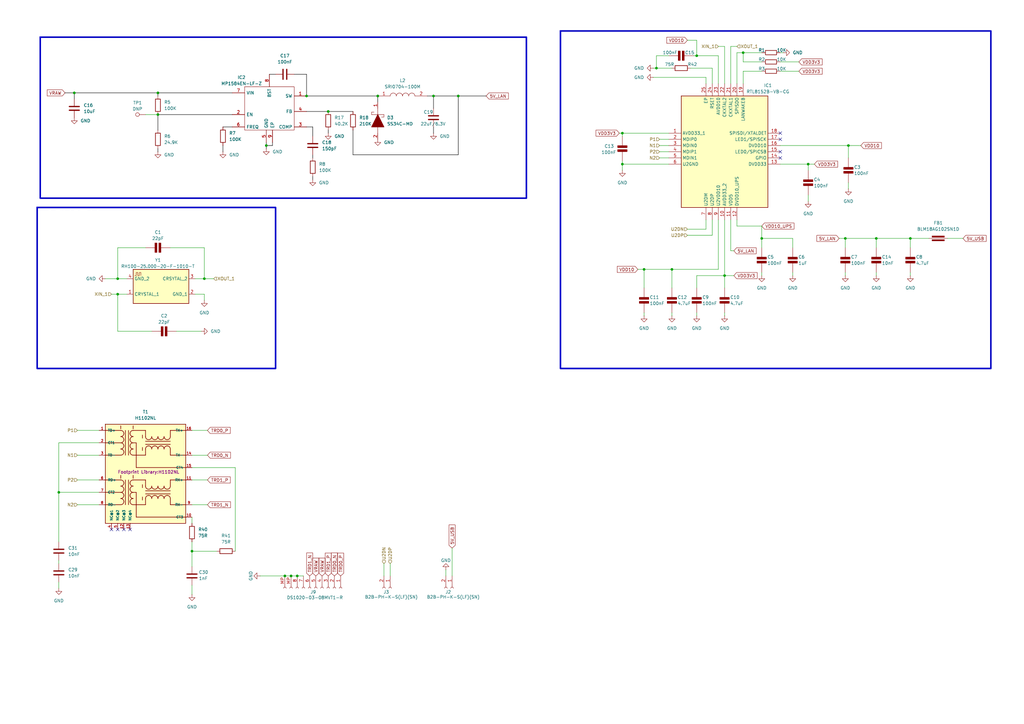
<source format=kicad_sch>
(kicad_sch (version 20250114) (generator "eeschema") (generator_version "9.0")
  (paper "A3")
  (lib_symbols
    (symbol "CDRH74NP-100MC-B:CDRH74NP-100MC-B" (pin_names (offset 0.762))
      (property "Reference" "L" (at 16.51 6.35 0))
      (property "Value" "CDRH74NP-100MC-B" (at 16.51 3.81 0))
      (symbol "CDRH74NP-100MC-B_0_0"
        (pin passive line (at 0 0 0) (length 5.08) (name "~") (number "1"))
        (pin passive line (at 20.32 0 180) (length 5.08) (name "~") (number "2"))
      )
    )
    (symbol "Connector:Conn_01x02_Socket" (pin_names (offset 1.016) (hide yes))
      (property "Reference" "J" (at 0 2.54 0))
      (property "Value" "Conn_01x02_Socket" (at 0 -5.08 0))
      (symbol "Conn_01x02_Socket_1_1"
        (pin passive line (at -5.08 0 0) (length 3.81) (name "Pin_1") (number "1"))
        (pin passive line (at -5.08 -2.54 0) (length 3.81) (name "Pin_2") (number "2"))
      )
    )
    (symbol "Connector:Conn_01x08_Female" (pin_names (offset 1.016) (hide yes))
      (property "Reference" "J3" (at 1.27 0.0001 0))
      (property "Value" "Conn_01x08_Female" (at 1.27 -2.5399 0))
      (symbol "Conn_01x08_Female_1_1"
        (pin passive line (at -5.08 7.62 0) (length 3.81) (name "Pin_1") (number "1"))
        (pin passive line (at -5.08 5.08 0) (length 3.81) (name "Pin_2") (number "2"))
        (pin passive line (at -5.08 2.54 0) (length 3.81) (name "Pin_3") (number "3"))
        (pin passive line (at -5.08 0 0) (length 3.81) (name "Pin_4") (number "4"))
        (pin passive line (at -5.08 -2.54 0) (length 3.81) (name "Pin_5") (number "5"))
        (pin passive line (at -5.08 -5.08 0) (length 3.81) (name "Pin_6") (number "6"))
        (pin passive line (at -5.08 -7.62 0) (length 3.81) (name "Pin_7") (number "7"))
        (pin passive line (at -5.08 -10.16 0) (length 3.81) (name "Pin_8") (number "8"))
        (pin passive line (at -5.08 -12.7 0) (length 3.81) (name "MP") (number "MP"))
        (pin passive line (at -5.08 -15.24 0) (length 3.81) (name "MP") (number "MP"))
      )
    )
    (symbol "Connector:TestPoint" (pin_numbers (hide yes)) (pin_names (offset 0.762) (hide yes))
      (property "Reference" "TP" (at 0 6.858 0))
      (property "Value" "TestPoint" (at 0 5.08 0))
      (symbol "TestPoint_1_1"
        (pin passive line (at 0 0 90) (length 2.54) (name "1") (number "1"))
      )
    )
    (symbol "Device:C" (pin_numbers (hide yes)) (pin_names (offset 0.254))
      (property "Reference" "C" (at 0.635 2.54 0))
      (property "Value" "C" (at 0.635 -2.54 0))
      (symbol "C_1_1"
        (pin passive line (at 0 3.81 270) (length 2.794) (name "~") (number "1"))
        (pin passive line (at 0 -3.81 90) (length 2.794) (name "~") (number "2"))
      )
    )
    (symbol "Device:R" (pin_numbers (hide yes)) (pin_names (offset 0))
      (property "Reference" "R" (at 2.032 0 90))
      (property "Value" "R" (at 0 0 90))
      (symbol "R_1_1"
        (pin passive line (at 0 3.81 270) (length 1.27) (name "~") (number "1"))
        (pin passive line (at 0 -3.81 90) (length 1.27) (name "~") (number "2"))
      )
    )
    (symbol "H1102NL:H1102NL" (pin_names (offset 1.016))
      (property "Reference" "T" (at -17.78 20.32 0))
      (property "Value" "H1102NL" (at -2.54 -22.86 0))
      (symbol "H1102NL_0_0"
        (pin passive line (at -20.32 17.78 0) (length 2.54) (name "TD+") (number "1"))
        (pin passive line (at -20.32 12.7 0) (length 2.54) (name "CT1") (number "2"))
        (pin passive line (at -20.32 7.62 0) (length 2.54) (name "TD-") (number "3"))
        (pin passive line (at -20.32 -2.54 0) (length 2.54) (name "RD+") (number "6"))
        (pin passive line (at -20.32 -7.62 0) (length 2.54) (name "CT2") (number "7"))
        (pin passive line (at -20.32 -12.7 0) (length 2.54) (name "RD-") (number "8"))
        (pin passive line (at -15.24 -22.86 90) (length 2.54) (name "NC@1") (number "4"))
        (pin passive line (at -12.7 -22.86 90) (length 2.54) (name "NC@2") (number "5"))
        (pin passive line (at -10.16 -22.86 90) (length 2.54) (name "NC@3") (number "12"))
        (pin passive line (at -7.62 -22.86 90) (length 2.54) (name "NC@4") (number "13"))
        (pin passive line (at 17.78 17.78 180) (length 2.54) (name "TX+") (number "16"))
        (pin passive line (at 17.78 7.62 180) (length 2.54) (name "TX-") (number "14"))
        (pin passive line (at 17.78 2.54 180) (length 2.54) (name "CT4") (number "15"))
        (pin passive line (at 17.78 -2.54 180) (length 2.54) (name "RX+") (number "11"))
        (pin passive line (at 17.78 -12.7 180) (length 2.54) (name "RX-") (number "9"))
        (pin passive line (at 17.78 -17.78 180) (length 2.54) (name "CT3") (number "10"))
      )
    )
    (symbol "MP1584EN_1" (pin_names (offset 0.762))
      (property "Reference" "IC" (at 26.67 7.62 0))
      (property "Value" "MP1584EN" (at 26.67 5.08 0))
      (symbol "MP1584EN_1_0_0"
        (pin passive line (at 0 0 0) (length 5.08) (name "VIN") (number "7"))
        (pin passive line (at 0 -8.89 0) (length 5.08) (name "EN") (number "2"))
        (pin passive line (at 0 -13.97 0) (length 5.08) (name "FREQ") (number "6"))
        (pin passive line (at 13.97 -20.32 90) (length 5.08) (name "GND") (number "5"))
        (pin passive line (at 15.24 7.62 270) (length 5.08) (name "BST") (number "8"))
        (pin passive line (at 16.51 -20.32 90) (length 5.08) (name "EP") (number "9"))
        (pin passive line (at 30.48 -1.27 180) (length 5.08) (name "SW") (number "1"))
        (pin passive line (at 30.48 -7.62 180) (length 5.08) (name "FB") (number "4"))
        (pin passive line (at 30.48 -13.97 180) (length 5.08) (name "COMP") (number "3"))
      )
    )
    (symbol "Oscillator:ASCO"
      (property "Reference" "Y1" (at 0 10.16 0))
      (property "Value" "ASCO" (at 0 7.62 0))
      (symbol "ASCO_1_1"
        (pin power_in line (at -12.7 2.54 0) (length 2.54) (name "GND_2") (number "4"))
        (pin input line (at -12.7 -3.81 0) (length 2.54) (name "CRYSTAL_1") (number "1"))
        (pin output line (at 15.24 2.54 180) (length 2.54) (name "CRSYTAL_2") (number "3"))
        (pin power_in line (at 15.24 -3.81 180) (length 2.54) (name "GND_1") (number "2"))
      )
    )
    (symbol "PCM_Device_AKL:Ferrite_Bead" (pin_numbers (hide yes)) (pin_names (offset 0))
      (property "Reference" "FB" (at 0 4.572 0))
      (property "Value" "Ferrite_Bead" (at 0 3.175 0))
      (symbol "Ferrite_Bead_1_1"
        (pin passive line (at -3.81 0 0) (length 1.27) (name "~") (number "1"))
        (pin passive line (at 3.81 0 180) (length 1.27) (name "~") (number "2"))
      )
    )
    (symbol "PCM_Elektuur:C" (pin_numbers (hide yes)) (pin_names (offset 0) (hide yes))
      (property "Reference" "C" (at 0.635 3.175 0))
      (property "Value" "C" (at 0.635 -3.175 0))
      (symbol "C_1_1"
        (pin passive line (at 0 5.08 270) (length 3.8862) (name "+") (number "1"))
        (pin passive line (at 0 -5.08 90) (length 3.8862) (name "-") (number "2"))
      )
      (symbol "C_1_2"
        (pin passive line (at 0 5.08 270) (length 3.5814) (name "+") (number "1"))
        (pin passive line (at 0 -5.08 90) (length 3.5814) (name "-") (number "2"))
      )
    )
    (symbol "PCM_SL_Resistors:Resistor"
      (property "Reference" "R" (at 0 5.08 0))
      (property "Value" "Resistor" (at 0 2.54 0))
      (symbol "Resistor_1_1"
        (pin passive line (at -3.81 0 0) (length 1.5) (name "") (number "1"))
        (pin passive line (at 3.81 0 180) (length 1.5) (name "~") (number "2"))
      )
    )
    (symbol "RTL8152B-VB-CG:RTL8152B-VB-CG"
      (property "Reference" "IC" (at 41.91 20.32 0))
      (property "Value" "RTL8152B-VB-CG" (at 41.91 17.78 0))
      (symbol "RTL8152B-VB-CG_1_1"
        (pin passive line (at 0 0 0) (length 5.08) (name "AVDD33_1") (number "1"))
        (pin passive line (at 0 -2.54 0) (length 5.08) (name "MDIP0") (number "2"))
        (pin passive line (at 0 -5.08 0) (length 5.08) (name "MDIN0") (number "3"))
        (pin passive line (at 0 -7.62 0) (length 5.08) (name "MDIP1") (number "4"))
        (pin passive line (at 0 -10.16 0) (length 5.08) (name "MDIN1") (number "5"))
        (pin passive line (at 0 -12.7 0) (length 5.08) (name "U2GND") (number "6"))
        (pin passive line (at 15.24 20.32 270) (length 5.08) (name "EP") (number "25"))
        (pin passive line (at 15.24 -35.56 90) (length 5.08) (name "U2DM") (number "7"))
        (pin passive line (at 17.78 20.32 270) (length 5.08) (name "RSET") (number "24"))
        (pin passive line (at 17.78 -35.56 90) (length 5.08) (name "U2DP") (number "8"))
        (pin passive line (at 20.32 20.32 270) (length 5.08) (name "AVDD10") (number "23"))
        (pin passive line (at 20.32 -35.56 90) (length 5.08) (name "U2VDD10") (number "9"))
        (pin passive line (at 22.86 20.32 270) (length 5.08) (name "CKXTAL2") (number "22"))
        (pin passive line (at 22.86 -35.56 90) (length 5.08) (name "AVDD33_2") (number "10"))
        (pin passive line (at 25.4 20.32 270) (length 5.08) (name "CKXTAL1") (number "21"))
        (pin passive line (at 25.4 -35.56 90) (length 5.08) (name "VDD5") (number "11"))
        (pin passive line (at 27.94 20.32 270) (length 5.08) (name "SPISDO") (number "20"))
        (pin passive line (at 27.94 -35.56 90) (length 5.08) (name "DVDD10_UPS") (number "12"))
        (pin passive line (at 30.48 20.32 270) (length 5.08) (name "LANWAKEB") (number "19"))
        (pin passive line (at 45.72 0 180) (length 5.08) (name "SPISDI/XTALDET") (number "18"))
        (pin passive line (at 45.72 -2.54 180) (length 5.08) (name "LED1/SPISCK") (number "17"))
        (pin passive line (at 45.72 -5.08 180) (length 5.08) (name "DVDD10") (number "16"))
        (pin passive line (at 45.72 -7.62 180) (length 5.08) (name "LED0/SPICSB") (number "15"))
        (pin passive line (at 45.72 -10.16 180) (length 5.08) (name "GPIO") (number "14"))
        (pin passive line (at 45.72 -12.7 180) (length 5.08) (name "DVDD33") (number "13"))
      )
    )
    (symbol "SS34FA:SS34FA" (pin_names (offset 0.762))
      (property "Reference" "D" (at 12.7 8.89 0))
      (property "Value" "SS34FA" (at 12.7 6.35 0))
      (symbol "SS34FA_0_0"
        (pin passive line (at 2.54 0 0) (length 2.54) (name "~") (number "1"))
        (pin passive line (at 17.78 0 180) (length 2.54) (name "~") (number "2"))
      )
    )
    (symbol "power:GND" (power) (pin_numbers (hide yes)) (pin_names (offset 0) (hide yes))
      (property "Value" "GND" (at 0 -3.81 0))
      (symbol "GND_1_1"
        (pin power_in line (at 0 0 270) (length 0) (name "~") (number "1"))
      )
    )
  )
  (rectangle (start 229.87 12.7) (end 406.4 151.13) (stroke (width 0.635)))
  (rectangle (start 16.51 15.24) (end 215.9 81.28) (stroke (width 0.635)))
  (rectangle (start 15.24 85.09) (end 113.03 151.13) (stroke (width 0.635)))
  (text "RTL8152B-VB-CG" (at 377.19 21.082 0) (effects (font (size 3.81 3.81) (thickness 0.762) (bold yes))))
  (text "5V_REG" (at 29.464 21.082 0) (effects (font (size 3.81 3.81) (thickness 1.016) (bold yes))))
  (text "CRYSTAL" (at 30.226 89.662 0) (effects (font (size 3.81 3.81) (thickness 0.762) (bold yes))))
  (junction (at 134.62 45.72))
  (junction (at 121.92 236.22))
  (junction (at 187.96 39.37))
  (junction (at 255.27 67.31))
  (junction (at 331.47 67.31))
  (junction (at 83.82 114.3))
  (junction (at 373.38 97.79))
  (junction (at 346.71 97.79))
  (junction (at 297.18 113.03))
  (junction (at 119.38 236.22))
  (junction (at 312.42 97.79))
  (junction (at 154.94 39.37))
  (junction (at 30.48 38.1))
  (junction (at 24.13 201.93))
  (junction (at 304.8 21.59))
  (junction (at 78.74 226.06))
  (junction (at 285.75 22.86))
  (junction (at 275.59 110.49))
  (junction (at 255.27 54.61))
  (junction (at 109.22 59.69))
  (junction (at 64.77 46.99))
  (junction (at 125.73 39.37))
  (junction (at 177.8 39.37))
  (junction (at 264.16 110.49))
  (junction (at 359.41 97.79))
  (junction (at 116.84 236.22))
  (junction (at 48.26 120.65))
  (junction (at 48.26 114.3))
  (junction (at 347.98 59.69))
  (junction (at 64.77 38.1))
  (junction (at 269.24 27.94))
  (no_connect (at 45.72 217.17))
  (no_connect (at 53.34 217.17))
  (no_connect (at 48.26 217.17))
  (no_connect (at 320.04 62.23))
  (no_connect (at 50.8 217.17))
  (no_connect (at 320.04 54.61))
  (no_connect (at 320.04 57.15))
  (no_connect (at 320.04 64.77))
  (wire (pts (xy 199.39 39.37) (xy 187.96 39.37)) (stroke (width 0.1778) (color 0 0 0 1)))
  (wire (pts (xy 109.22 60.96) (xy 109.22 59.69)) (stroke (width 0.1778) (color 0 0 0 1)))
  (wire (pts (xy 344.17 97.79) (xy 346.71 97.79)))
  (wire (pts (xy 359.41 111.76) (xy 359.41 113.03)))
  (wire (pts (xy 177.8 54.61) (xy 177.8 52.07)) (stroke (width 0.1778) (color 0 0 0 1)))
  (wire (pts (xy 154.94 41.91) (xy 154.94 39.37)) (stroke (width 0.1778) (color 0 0 0 1)))
  (wire (pts (xy 302.26 92.71) (xy 312.42 92.71)))
  (wire (pts (xy 281.94 96.52) (xy 292.1 96.52)))
  (wire (pts (xy 269.24 27.94) (xy 275.59 27.94)))
  (wire (pts (xy 255.27 67.31) (xy 274.32 67.31)))
  (wire (pts (xy 177.8 39.37) (xy 187.96 39.37)) (stroke (width 0.1778) (color 0 0 0 1)))
  (wire (pts (xy 125.73 39.37) (xy 154.94 39.37)) (stroke (width 0.1778) (color 0 0 0 1)))
  (wire (pts (xy 264.16 129.54) (xy 264.16 128.27)))
  (wire (pts (xy 297.18 19.05) (xy 297.18 34.29)))
  (wire (pts (xy 255.27 66.04) (xy 255.27 67.31)))
  (wire (pts (xy 325.12 97.79) (xy 325.12 101.6)))
  (wire (pts (xy 373.38 101.6) (xy 373.38 97.79)))
  (wire (pts (xy 78.74 226.06) (xy 88.9 226.06)))
  (wire (pts (xy 185.42 224.79) (xy 185.42 236.22)))
  (wire (pts (xy 285.75 22.86) (xy 294.64 22.86)))
  (wire (pts (xy 85.09 186.69) (xy 78.74 186.69)))
  (wire (pts (xy 134.62 54.61) (xy 134.62 53.34)) (stroke (width 0.1778) (color 0 0 0 1)))
  (wire (pts (xy 78.74 191.77) (xy 96.52 191.77)))
  (wire (pts (xy 304.8 21.59) (xy 312.42 21.59)))
  (wire (pts (xy 347.98 59.69) (xy 353.06 59.69)))
  (wire (pts (xy 294.64 110.49) (xy 275.59 110.49)))
  (wire (pts (xy 267.97 27.94) (xy 269.24 27.94)))
  (wire (pts (xy 302.26 34.29) (xy 302.26 21.59)))
  (wire (pts (xy 327.66 25.4) (xy 320.04 25.4)))
  (wire (pts (xy 321.31 21.59) (xy 320.04 21.59)))
  (wire (pts (xy 294.64 90.17) (xy 294.64 110.49)))
  (wire (pts (xy 120.65 30.48) (xy 125.73 30.48)) (stroke (width 0.1778) (color 0 0 0 1)))
  (wire (pts (xy 48.26 114.3) (xy 52.07 114.3)))
  (wire (pts (xy 78.74 212.09) (xy 78.74 214.63)))
  (wire (pts (xy 331.47 67.31) (xy 331.47 69.85)))
  (wire (pts (xy 110.49 30.48) (xy 113.03 30.48)) (stroke (width 0.1778) (color 0 0 0 1)))
  (wire (pts (xy 312.42 101.6) (xy 312.42 97.79)))
  (wire (pts (xy 111.76 58.42) (xy 111.76 59.69)) (stroke (width 0.1778) (color 0 0 0 1)))
  (wire (pts (xy 96.52 191.77) (xy 96.52 226.06)))
  (wire (pts (xy 312.42 113.03) (xy 312.42 111.76)))
  (wire (pts (xy 83.82 101.6) (xy 83.82 114.3)))
  (wire (pts (xy 48.26 101.6) (xy 59.69 101.6)))
  (wire (pts (xy 64.77 46.99) (xy 95.25 46.99)) (stroke (width 0.1778) (color 0 0 0 1)))
  (wire (pts (xy 125.73 52.07) (xy 128.27 52.07)) (stroke (width 0.1778) (color 0 0 0 1)))
  (wire (pts (xy 30.48 38.1) (xy 64.77 38.1)) (stroke (width 0.1778) (color 0 0 0 1)))
  (wire (pts (xy 121.92 236.22) (xy 119.38 236.22)))
  (wire (pts (xy 331.47 67.31) (xy 334.01 67.31)))
  (wire (pts (xy 304.8 25.4) (xy 312.42 25.4)))
  (wire (pts (xy 24.13 201.93) (xy 40.64 201.93)))
  (wire (pts (xy 64.77 46.99) (xy 64.77 53.34)) (stroke (width 0.1778) (color 0 0 0 1)))
  (wire (pts (xy 320.04 59.69) (xy 347.98 59.69)))
  (wire (pts (xy 294.64 19.05) (xy 297.18 19.05)))
  (wire (pts (xy 78.74 222.25) (xy 78.74 226.06)))
  (wire (pts (xy 85.09 176.53) (xy 78.74 176.53)))
  (wire (pts (xy 69.85 101.6) (xy 83.82 101.6)))
  (wire (pts (xy 347.98 77.47) (xy 347.98 74.93)))
  (wire (pts (xy 59.69 46.99) (xy 64.77 46.99)))
  (wire (pts (xy 64.77 39.37) (xy 64.77 38.1)) (stroke (width 0.1778) (color 0 0 0 1)))
  (wire (pts (xy 31.75 196.85) (xy 40.64 196.85)))
  (wire (pts (xy 388.62 97.79) (xy 394.97 97.79)))
  (wire (pts (xy 312.42 92.71) (xy 312.42 97.79)))
  (wire (pts (xy 270.51 59.69) (xy 274.32 59.69)))
  (wire (pts (xy 175.26 39.37) (xy 177.8 39.37)) (stroke (width 0.1778) (color 0 0 0 1)))
  (wire (pts (xy 270.51 57.15) (xy 274.32 57.15)))
  (wire (pts (xy 85.09 196.85) (xy 78.74 196.85)))
  (wire (pts (xy 91.44 52.07) (xy 95.25 52.07)) (stroke (width 0.1778) (color 0 0 0 1)))
  (wire (pts (xy 31.75 176.53) (xy 40.64 176.53)))
  (wire (pts (xy 119.38 236.22) (xy 116.84 236.22)))
  (wire (pts (xy 24.13 241.3) (xy 24.13 238.76)))
  (wire (pts (xy 30.48 40.64) (xy 30.48 38.1)) (stroke (width 0.1778) (color 0 0 0 1)))
  (wire (pts (xy 134.62 45.72) (xy 144.78 45.72)) (stroke (width 0.1778) (color 0 0 0 1)))
  (wire (pts (xy 302.26 90.17) (xy 302.26 92.71)))
  (wire (pts (xy 312.42 29.21) (xy 304.8 29.21)))
  (wire (pts (xy 255.27 67.31) (xy 255.27 69.85)))
  (wire (pts (xy 292.1 27.94) (xy 292.1 34.29)))
  (wire (pts (xy 320.04 29.21) (xy 327.66 29.21)))
  (wire (pts (xy 24.13 181.61) (xy 24.13 201.93)))
  (wire (pts (xy 48.26 120.65) (xy 52.07 120.65)))
  (wire (pts (xy 31.75 186.69) (xy 40.64 186.69)))
  (wire (pts (xy 111.76 59.69) (xy 109.22 59.69)) (stroke (width 0.1778) (color 0 0 0 1)))
  (wire (pts (xy 292.1 96.52) (xy 292.1 90.17)))
  (wire (pts (xy 83.82 120.65) (xy 83.82 123.19)))
  (wire (pts (xy 359.41 97.79) (xy 359.41 101.6)))
  (wire (pts (xy 45.72 120.65) (xy 48.26 120.65)))
  (wire (pts (xy 304.8 29.21) (xy 304.8 34.29)))
  (wire (pts (xy 289.56 93.98) (xy 289.56 90.17)))
  (wire (pts (xy 254 54.61) (xy 255.27 54.61)))
  (wire (pts (xy 43.18 114.3) (xy 48.26 114.3)))
  (wire (pts (xy 80.01 114.3) (xy 83.82 114.3)))
  (wire (pts (xy 283.21 27.94) (xy 292.1 27.94)))
  (wire (pts (xy 144.78 63.5) (xy 187.96 63.5)) (stroke (width 0.1778) (color 0 0 0 1)))
  (wire (pts (xy 116.84 236.22) (xy 106.68 236.22)))
  (wire (pts (xy 373.38 97.79) (xy 381 97.79)))
  (wire (pts (xy 157.48 231.14) (xy 157.48 236.22)))
  (wire (pts (xy 267.97 31.75) (xy 289.56 31.75)))
  (wire (pts (xy 297.18 90.17) (xy 297.18 113.03)))
  (wire (pts (xy 270.51 64.77) (xy 274.32 64.77)))
  (wire (pts (xy 125.73 30.48) (xy 125.73 39.37)) (stroke (width 0.1778) (color 0 0 0 1)))
  (wire (pts (xy 264.16 110.49) (xy 275.59 110.49)))
  (wire (pts (xy 128.27 52.07) (xy 128.27 55.88)) (stroke (width 0.1778) (color 0 0 0 1)))
  (wire (pts (xy 274.32 22.86) (xy 269.24 22.86)))
  (wire (pts (xy 289.56 31.75) (xy 289.56 34.29)))
  (wire (pts (xy 187.96 63.5) (xy 187.96 39.37)) (stroke (width 0.1778) (color 0 0 0 1)))
  (wire (pts (xy 255.27 54.61) (xy 274.32 54.61)))
  (wire (pts (xy 91.44 62.23) (xy 91.44 59.69)) (stroke (width 0.1778) (color 0 0 0 1)))
  (wire (pts (xy 128.27 73.66) (xy 128.27 72.39)) (stroke (width 0.1778) (color 0 0 0 1)))
  (wire (pts (xy 299.72 102.87) (xy 300.99 102.87)))
  (wire (pts (xy 255.27 54.61) (xy 255.27 55.88)))
  (wire (pts (xy 347.98 59.69) (xy 347.98 64.77)))
  (wire (pts (xy 48.26 120.65) (xy 48.26 135.89)))
  (wire (pts (xy 177.8 44.45) (xy 177.8 39.37)) (stroke (width 0.1778) (color 0 0 0 1)))
  (wire (pts (xy 297.18 113.03) (xy 297.18 118.11)))
  (wire (pts (xy 346.71 113.03) (xy 346.71 111.76)))
  (wire (pts (xy 269.24 22.86) (xy 269.24 27.94)))
  (wire (pts (xy 124.46 236.22) (xy 121.92 236.22)))
  (wire (pts (xy 299.72 19.05) (xy 299.72 34.29)))
  (wire (pts (xy 48.26 101.6) (xy 48.26 114.3)))
  (wire (pts (xy 346.71 97.79) (xy 359.41 97.79)))
  (wire (pts (xy 275.59 110.49) (xy 275.59 118.11)))
  (wire (pts (xy 284.48 22.86) (xy 285.75 22.86)))
  (wire (pts (xy 331.47 82.55) (xy 331.47 80.01)))
  (wire (pts (xy 40.64 181.61) (xy 24.13 181.61)))
  (wire (pts (xy 281.94 16.51) (xy 285.75 16.51)))
  (wire (pts (xy 160.02 231.14) (xy 160.02 236.22)))
  (wire (pts (xy 24.13 231.14) (xy 24.13 229.87)))
  (wire (pts (xy 312.42 97.79) (xy 325.12 97.79)))
  (wire (pts (xy 125.73 45.72) (xy 134.62 45.72)) (stroke (width 0.1778) (color 0 0 0 1)))
  (wire (pts (xy 320.04 67.31) (xy 331.47 67.31)))
  (wire (pts (xy 285.75 113.03) (xy 285.75 118.11)))
  (wire (pts (xy 275.59 128.27) (xy 275.59 129.54)))
  (wire (pts (xy 80.01 120.65) (xy 83.82 120.65)))
  (wire (pts (xy 285.75 16.51) (xy 285.75 22.86)))
  (wire (pts (xy 144.78 53.34) (xy 144.78 63.5)) (stroke (width 0.1778) (color 0 0 0 1)))
  (wire (pts (xy 182.88 233.68) (xy 182.88 236.22)))
  (wire (pts (xy 281.94 93.98) (xy 289.56 93.98)))
  (wire (pts (xy 285.75 129.54) (xy 285.75 128.27)))
  (wire (pts (xy 261.62 110.49) (xy 264.16 110.49)))
  (wire (pts (xy 302.26 21.59) (xy 304.8 21.59)))
  (wire (pts (xy 325.12 113.03) (xy 325.12 111.76)))
  (wire (pts (xy 285.75 113.03) (xy 297.18 113.03)))
  (wire (pts (xy 264.16 110.49) (xy 264.16 118.11)))
  (wire (pts (xy 128.27 64.77) (xy 128.27 63.5)) (stroke (width 0.1778) (color 0 0 0 1)))
  (wire (pts (xy 297.18 128.27) (xy 297.18 129.54)))
  (wire (pts (xy 62.23 135.89) (xy 48.26 135.89)))
  (wire (pts (xy 78.74 226.06) (xy 78.74 232.41)))
  (wire (pts (xy 64.77 62.23) (xy 64.77 60.96)) (stroke (width 0.1778) (color 0 0 0 1)))
  (wire (pts (xy 83.82 114.3) (xy 87.63 114.3)))
  (wire (pts (xy 346.71 101.6) (xy 346.71 97.79)))
  (wire (pts (xy 294.64 22.86) (xy 294.64 34.29)))
  (wire (pts (xy 31.75 207.01) (xy 40.64 207.01)))
  (wire (pts (xy 270.51 62.23) (xy 274.32 62.23)))
  (wire (pts (xy 373.38 111.76) (xy 373.38 113.03)))
  (wire (pts (xy 109.22 59.69) (xy 109.22 58.42)) (stroke (width 0.1778) (color 0 0 0 1)))
  (wire (pts (xy 24.13 201.93) (xy 24.13 222.25)))
  (wire (pts (xy 82.55 135.89) (xy 72.39 135.89)))
  (wire (pts (xy 300.99 113.03) (xy 297.18 113.03)))
  (wire (pts (xy 302.26 19.05) (xy 299.72 19.05)))
  (wire (pts (xy 64.77 38.1) (xy 95.25 38.1)) (stroke (width 0.1778) (color 0 0 0 1)))
  (wire (pts (xy 304.8 21.59) (xy 304.8 25.4)))
  (wire (pts (xy 85.09 207.01) (xy 78.74 207.01)))
  (wire (pts (xy 299.72 90.17) (xy 299.72 102.87)))
  (wire (pts (xy 359.41 97.79) (xy 373.38 97.79)))
  (wire (pts (xy 26.67 38.1) (xy 30.48 38.1)) (stroke (width 0.1778) (color 0 0 0 1)))
  (wire (pts (xy 78.74 240.03) (xy 78.74 243.84)))
  (global_label "VDD3V3" (shape input) (at 254 54.61 180) (property "Intersheetrefs" "${INTERSHEET_REFS}" (effects (hide yes))))
  (global_label "TRD0_N" (shape input) (at 137.16 236.22 90) (property "Intersheetrefs" "${INTERSHEET_REFS}" (effects (hide yes))))
  (global_label "5V_USB" (shape input) (at 394.97 97.79 0) (property "Intersheetrefs" "${INTERSHEET_REFS}" (effects (hide yes))))
  (global_label "TRD0_N" (shape input) (at 85.09 186.69 0) (property "Intersheetrefs" "${INTERSHEET_REFS}" (effects (hide yes))))
  (global_label "VDD3V3" (shape input) (at 300.99 113.03 0) (property "Intersheetrefs" "${INTERSHEET_REFS}" (effects (hide yes))))
  (global_label "VDD10" (shape input) (at 353.06 59.69 0) (property "Intersheetrefs" "${INTERSHEET_REFS}" (effects (hide yes))))
  (global_label "TRD1_P" (shape input) (at 85.09 196.85 0) (property "Intersheetrefs" "${INTERSHEET_REFS}" (effects (hide yes))))
  (global_label "VDD10" (shape input) (at 281.94 16.51 180) (property "Intersheetrefs" "${INTERSHEET_REFS}" (effects (hide yes))))
  (global_label "TRD0_P" (shape input) (at 139.7 236.22 90) (property "Intersheetrefs" "${INTERSHEET_REFS}" (effects (hide yes))))
  (global_label "VRAW" (shape input) (at 129.54 236.22 90) (property "Intersheetrefs" "${INTERSHEET_REFS}" (effects (hide yes))))
  (global_label "TRD1_N" (shape input) (at 127 236.22 90) (property "Intersheetrefs" "${INTERSHEET_REFS}" (effects (hide yes))))
  (global_label "TRD1_P" (shape input) (at 134.62 236.22 90) (property "Intersheetrefs" "${INTERSHEET_REFS}" (effects (hide yes))))
  (global_label "5V_USB" (shape input) (at 185.42 224.79 90) (property "Intersheetrefs" "${INTERSHEET_REFS}" (effects (hide yes))))
  (global_label "5V_LAN" (shape input) (at 300.99 102.87 0) (property "Intersheetrefs" "${INTERSHEET_REFS}" (effects (hide yes))))
  (global_label "VDD3V3" (shape input) (at 327.66 25.4 0) (property "Intersheetrefs" "${INTERSHEET_REFS}" (effects (hide yes))))
  (global_label "VRAW" (shape input) (at 132.08 236.22 90) (property "Intersheetrefs" "${INTERSHEET_REFS}" (effects (hide yes))))
  (global_label "TRD1_N" (shape input) (at 85.09 207.01 0) (property "Intersheetrefs" "${INTERSHEET_REFS}" (effects (hide yes))))
  (global_label "VDD3V3" (shape input) (at 334.01 67.31 0) (property "Intersheetrefs" "${INTERSHEET_REFS}" (effects (hide yes))))
  (global_label "VDD10_UPS" (shape input) (at 312.42 92.71 0) (property "Intersheetrefs" "${INTERSHEET_REFS}" (effects (hide yes))))
  (global_label "5V_LAN" (shape input) (at 344.17 97.79 180) (property "Intersheetrefs" "${INTERSHEET_REFS}" (effects (hide yes))))
  (global_label "VDD10" (shape input) (at 261.62 110.49 180) (property "Intersheetrefs" "${INTERSHEET_REFS}" (effects (hide yes))))
  (global_label "VRAW" (shape input) (at 26.67 38.1 180) (property "Intersheetrefs" "${INTERSHEET_REFS}" (effects (hide yes))))
  (global_label "TRD0_P" (shape input) (at 85.09 176.53 0) (property "Intersheetrefs" "${INTERSHEET_REFS}" (effects (hide yes))))
  (global_label "VDD3V3" (shape input) (at 327.66 29.21 0) (property "Intersheetrefs" "${INTERSHEET_REFS}" (effects (hide yes))))
  (global_label "5V_LAN" (shape input) (at 199.39 39.37 0) (property "Intersheetrefs" "${INTERSHEET_REFS}" (effects (hide yes))))
  (hierarchical_label "N2" (shape input) (at 31.75 207.01 180))
  (hierarchical_label "U2DP" (shape input) (at 160.02 231.14 90))
  (hierarchical_label "P2" (shape input) (at 270.51 62.23 180))
  (hierarchical_label "N1" (shape input) (at 270.51 59.69 180))
  (hierarchical_label "N1" (shape input) (at 31.75 186.69 180))
  (hierarchical_label "P1" (shape input) (at 270.51 57.15 180))
  (hierarchical_label "P1" (shape input) (at 31.75 176.53 180))
  (hierarchical_label "XIN_1" (shape input) (at 45.72 120.65 180))
  (hierarchical_label "U2DN" (shape input) (at 281.94 93.98 180))
  (hierarchical_label "U2DP" (shape input) (at 281.94 96.52 180))
  (hierarchical_label "P2" (shape input) (at 31.75 196.85 180))
  (hierarchical_label "U2DN" (shape input) (at 157.48 231.14 90))
  (hierarchical_label "XOUT_1" (shape input) (at 302.26 19.05 0))
  (hierarchical_label "XIN_1" (shape input) (at 294.64 19.05 180))
  (hierarchical_label "XOUT_1" (shape input) (at 87.63 114.3 0))
  (hierarchical_label "N2" (shape input) (at 270.51 64.77 180))
  (symbol (lib_id "Device:R") (at 279.4 27.94 270) (unit 1)
    (property "Reference" "R42" (at 283.972 26.416 90))
    (property "Value" "75R" (at 274.574 26.416 90))
    (property "Footprint" "Resistor_SMD:R_0603_1608Metric" (effects (hide yes)))
    (property "Datasheet" "https://www.ozdisan.com/passive-components/resistors/smt-smd-and-chip-resistors/0603SAF750JT5E/352300" (effects (hide yes)))
    (property "MPN" "0603SAF750JT5E" (effects (hide yes)))
  )
  (symbol (lib_id "power:GND") (at 325.12 113.03 0) (unit 1)
    (property "Reference" "#PWR08" (effects (hide yes)))
    (property "Value" "GND" (at 325.12 118.11 0))
    (property "Description" "Power symbol creates a global label with name \"GND\" , ground" (effects (hide yes)))
  )
  (symbol (lib_id "PCM_Elektuur:C") (at 331.47 74.93 180) (unit 1)
    (property "Reference" "C4" (at 333.756 73.66 0) (effects (justify right)))
    (property "Value" "100nF" (at 333.756 76.2 0) (effects (justify right)))
    (property "Footprint" "Capacitor_SMD:C_0603_1608Metric" (effects (hide yes)))
    (property "Datasheet" "https://ozdisan.com/passive-components/capacitors/smt-smd-and-mlcc-capacitors/CC0603KRX7R9BB104/476015" (effects (hide yes)))
    (property "MPN" "CC0603KRX7R9BB104" (effects (hide yes)))
  )
  (symbol (lib_id "power:GND") (at 264.16 129.54 0) (unit 1)
    (property "Reference" "#PWR013" (effects (hide yes)))
    (property "Value" "GND" (at 264.16 134.62 0))
    (property "Description" "Power symbol creates a global label with name \"GND\" , ground" (effects (hide yes)))
  )
  (symbol (lib_id "Device:R") (at 92.71 226.06 270) (unit 1)
    (property "Reference" "R41" (at 92.71 219.71 90))
    (property "Value" "75R" (at 92.71 222.25 90))
    (property "Footprint" "Resistor_SMD:R_0603_1608Metric" (effects (hide yes)))
    (property "Datasheet" "https://www.ozdisan.com/passive-components/resistors/smt-smd-and-chip-resistors/0603SAF750JT5E/352300" (effects (hide yes)))
    (property "MPN" "0603SAF750JT5E" (effects (hide yes)))
  )
  (symbol (lib_id "power:GND") (at 43.18 114.3 270) (unit 1)
    (property "Reference" "#PWR01" (effects (hide yes)))
    (property "Value" "GND" (at 39.37 114.2999 90) (effects (justify right)))
    (property "Description" "Power symbol creates a global label with name \"GND\" , ground" (effects (hide yes)))
  )
  (symbol (lib_id "Device:C") (at 78.74 236.22 0) (unit 1)
    (property "Reference" "C30" (at 81.534 234.696 0) (effects (justify left)))
    (property "Value" "1nF" (at 81.534 237.236 0) (effects (justify left)))
    (property "Footprint" "Capacitor_SMD:C_0603_1608Metric" (effects (hide yes)))
    (property "Datasheet" "https://www.ozdisan.com/passive-components/capacitors/smt-smd-and-mlcc-capacitors/CL10B102KB8NNNC/11971" (effects (hide yes)))
    (property "MPN" "CL10B102KB8NNNC" (effects (hide yes)))
  )
  (symbol (lib_id "PCM_Elektuur:C") (at 67.31 135.89 90) (unit 1)
    (property "Reference" "C2" (at 67.31 129.54 90))
    (property "Value" "22pF" (at 67.31 132.08 90))
    (property "Footprint" "Capacitor_SMD:C_0603_1608Metric" (effects (hide yes)))
    (property "Datasheet" "https://ozdisan.com/passive-components/capacitors/smt-smd-and-mlcc-capacitors/MCF03JTN500220/1057183" (effects (hide yes)))
    (property "MPN" "MCF03JTN500220" (effects (hide yes)))
  )
  (symbol (lib_id "PCM_SL_Resistors:Resistor") (at 316.23 21.59 0) (unit 1)
    (property "Reference" "R1" (at 312.42 20.574 0))
    (property "Value" "10K" (at 320.548 20.574 0))
    (property "Footprint" "Resistor_SMD:R_0603_1608Metric" (effects (hide yes)))
    (property "Datasheet" "https://ozdisan.com/passive-components/resistors/smt-smd-and-chip-resistors/CRT03F7E1002/1054351" (effects (hide yes)))
    (property "Description" "1/4W Resistor" (effects (hide yes)))
    (property "MPN" "CRT03F7E1002" (effects (hide yes)))
  )
  (symbol (lib_id "power:GND") (at 267.97 31.75 270) (unit 1)
    (property "Reference" "#PWR022" (effects (hide yes)))
    (property "Value" "GND" (at 264.16 31.7499 90) (effects (justify right)))
    (property "Description" "Power symbol creates a global label with name \"GND\" , ground" (effects (hide yes)))
  )
  (symbol (lib_id "Connector:Conn_01x02_Socket") (at 160.02 241.3 270) (unit 1)
    (property "Reference" "J3" (at 157.226 242.824 90) (effects (justify left)))
    (property "Value" "B2B-PH-K-S(LF)(SN)" (at 149.606 244.856 90) (effects (justify left)))
    (property "Footprint" "Connector_JST:JST_PH_B2B-PH-K_1x02_P2.00mm_Vertical" (effects (hide yes)))
    (property "Datasheet" "https://www.ozdisan.com/connectors-and-interconnects/rectangular-connectors/pcb-connectors/B2B-PH-K-SLFSN/469543" (effects (hide yes)))
    (property "Description" "Generic connector, single row, 01x02, script generated" (effects (hide yes)))
    (property "MPN" "B2B-PH-K-S(LF)(SN)" (effects (hide yes)))
  )
  (symbol (lib_id "power:GND") (at 177.8 54.61 0) (unit 1)
    (property "Reference" "#PWR030" (effects (hide yes)))
    (property "Value" "GND" (at 180.34 55.8799 0) (effects (justify left)))
  )
  (symbol (lib_id "power:GND") (at 128.27 73.66 0) (unit 1)
    (property "Reference" "#PWR027" (effects (hide yes)))
    (property "Value" "GND" (at 130.81 74.9299 0) (effects (justify left)))
  )
  (symbol (lib_name "MP1584EN_1") (lib_id "MP1584:MP1584EN") (at 95.25 38.1 0) (unit 1)
    (property "Reference" "IC2" (at 99.06 31.75 0))
    (property "Value" "MP1584EN-LF-Z" (at 99.06 34.29 0))
    (property "Footprint" "Footprint Library:MP1584N" (effects (hide yes)))
    (property "Datasheet" "https://www.ozdisan.com/integrated-circuits-ics/power-management-ics/dc-dc-switching-voltage-regulators/MP1584EN-LF-Z/591798" (effects (hide yes)))
    (property "Description" "Switching Voltage Regulators 3A 1.5MHz 28V Nonsync Buck" (effects (hide yes)))
    (property "MPN" "MP1584EN-LF-Z" (effects (hide yes)))
  )
  (symbol (lib_id "PCM_Elektuur:C") (at 279.4 22.86 90) (unit 1)
    (property "Reference" "C15" (at 280.924 21.59 90) (effects (justify right)))
    (property "Value" "100nF" (at 271.78 21.59 90) (effects (justify right)))
    (property "Footprint" "Capacitor_SMD:C_0603_1608Metric" (effects (hide yes)))
    (property "Datasheet" "https://ozdisan.com/passive-components/capacitors/smt-smd-and-mlcc-capacitors/CC0603KRX7R9BB104/476015" (effects (hide yes)))
    (property "MPN" "CC0603KRX7R9BB104" (effects (hide yes)))
  )
  (symbol (lib_id "CDRH74NP-100MC-B:CDRH74NP-100MC-B") (at 154.94 39.37 0) (unit 1)
    (property "Reference" "L2" (at 165.1 33.02 0))
    (property "Value" "SRI0704-100M" (at 165.1 35.56 0))
    (property "Footprint" "Footprint Library:SRI0704-100M" (effects (hide yes)))
    (property "Datasheet" "https://www.ozdisan.com/passive-components/inductors/fixed-inductors/SRI0704-100M/587798" (effects (hide yes)))
    (property "Description" "Fixed Inductors 10uH 1.84A" (effects (hide yes)))
    (property "MPN" "SRI0704-100M" (effects (hide yes)))
  )
  (symbol (lib_id "power:GND") (at 331.47 82.55 0) (unit 1)
    (property "Reference" "#PWR05" (effects (hide yes)))
    (property "Value" "GND" (at 331.47 87.63 0))
    (property "Description" "Power symbol creates a global label with name \"GND\" , ground" (effects (hide yes)))
  )
  (symbol (lib_id "Oscillator:ASCO") (at 64.77 116.84 0) (unit 1)
    (property "Reference" "Y1" (at 64.77 106.68 0))
    (property "Value" "RH100-25.000-20-F-1010-T" (at 64.77 109.22 0))
    (property "Footprint" "Oscillator:Oscillator_SMD_Abracon_ASCO-4Pin_1.6x1.2mm" (effects (hide yes)))
    (property "Datasheet" "1" (effects (hide yes)))
    (property "Description" "Crystal Clock Oscillator, Abracon ASCO" (effects (hide yes)))
    (property "MPN" "RH100-25.000-20-F-1010-T" (effects (hide yes)))
  )
  (symbol (lib_id "PCM_SL_Resistors:Resistor") (at 316.23 25.4 0) (unit 1)
    (property "Reference" "R2" (at 312.42 24.384 0))
    (property "Value" "10K" (at 320.548 24.384 0))
    (property "Footprint" "Resistor_SMD:R_0603_1608Metric" (effects (hide yes)))
    (property "Datasheet" "https://ozdisan.com/passive-components/resistors/smt-smd-and-chip-resistors/CRT03F7E1002/1054351" (effects (hide yes)))
    (property "Description" "1/4W Resistor" (effects (hide yes)))
    (property "MPN" "CRT03F7E1002" (effects (hide yes)))
  )
  (symbol (lib_id "Device:C") (at 116.84 30.48 270) (unit 1)
    (property "Reference" "C17" (at 116.84 22.86 90))
    (property "Value" "100nF" (at 116.84 25.4 90))
    (property "Footprint" "Capacitor_SMD:C_0603_1608Metric" (effects (hide yes)))
  )
  (symbol (lib_id "power:GND") (at 154.94 57.15 0) (unit 1)
    (property "Reference" "#PWR029" (effects (hide yes)))
    (property "Value" "GND" (at 157.48 58.4199 0) (effects (justify left)))
  )
  (symbol (lib_id "power:GND") (at 255.27 69.85 0) (unit 1)
    (property "Reference" "#PWR015" (effects (hide yes)))
    (property "Value" "GND" (at 255.27 74.93 0))
    (property "Description" "Power symbol creates a global label with name \"GND\" , ground" (effects (hide yes)))
  )
  (symbol (lib_id "PCM_Elektuur:C") (at 285.75 123.19 180) (unit 1)
    (property "Reference" "C9" (at 288.036 121.92 0) (effects (justify right)))
    (property "Value" "100nF" (at 288.036 124.46 0) (effects (justify right)))
    (property "Footprint" "Capacitor_SMD:C_0603_1608Metric" (effects (hide yes)))
    (property "Datasheet" "https://ozdisan.com/passive-components/capacitors/smt-smd-and-mlcc-capacitors/CC0603KRX7R9BB104/476015" (effects (hide yes)))
    (property "MPN" "CC0603KRX7R9BB104" (effects (hide yes)))
  )
  (symbol (lib_id "power:GND") (at 297.18 129.54 0) (unit 1)
    (property "Reference" "#PWR012" (effects (hide yes)))
    (property "Value" "GND" (at 297.18 134.62 0))
    (property "Description" "Power symbol creates a global label with name \"GND\" , ground" (effects (hide yes)))
  )
  (symbol (lib_id "PCM_Elektuur:C") (at 64.77 101.6 90) (unit 1)
    (property "Reference" "C1" (at 64.77 95.25 90))
    (property "Value" "22pF" (at 64.77 97.79 90))
    (property "Footprint" "Capacitor_SMD:C_0603_1608Metric" (effects (hide yes)))
    (property "Datasheet" "https://ozdisan.com/passive-components/capacitors/smt-smd-and-mlcc-capacitors/MCF03JTN500220/1057183" (effects (hide yes)))
    (property "MPN" "MCF03JTN500220" (effects (hide yes)))
  )
  (symbol (lib_id "power:GND") (at 78.74 243.84 0) (unit 1)
    (property "Reference" "#PWR019" (effects (hide yes)))
    (property "Value" "GND" (at 78.74 248.92 0))
  )
  (symbol (lib_id "Connector:TestPoint") (at 59.69 46.99 90) (unit 1)
    (property "Reference" "TP1" (at 56.388 42.164 90))
    (property "Value" "DNP" (at 56.388 44.704 90))
    (property "Footprint" "Footprint Library:Test_Point" (effects (hide yes)))
    (property "Description" "test point" (effects (hide yes)))
  )
  (symbol (lib_id "power:GND") (at 347.98 77.47 0) (unit 1)
    (property "Reference" "#PWR06" (effects (hide yes)))
    (property "Value" "GND" (at 347.98 82.55 0))
    (property "Description" "Power symbol creates a global label with name \"GND\" , ground" (effects (hide yes)))
  )
  (symbol (lib_id "power:GND") (at 64.77 62.23 0) (unit 1)
    (property "Reference" "#PWR024" (effects (hide yes)))
    (property "Value" "GND" (at 67.31 63.4999 0) (effects (justify left)))
  )
  (symbol (lib_id "power:GND") (at 321.31 21.59 90) (unit 1)
    (property "Reference" "#PWR04" (effects (hide yes)))
    (property "Value" "GND" (at 325.12 21.5899 90) (effects (justify right)))
    (property "Description" "Power symbol creates a global label with name \"GND\" , ground" (effects (hide yes)))
  )
  (symbol (lib_id "H1102NL:H1102NL") (at 60.96 194.31 0) (unit 1)
    (property "Reference" "T1" (at 59.69 168.91 0))
    (property "Value" "H1102NL" (at 59.69 171.45 0))
    (property "Footprint" "Footprint Library:H1102NL" (at 60.96 194.31 0) (effects (justify bottom)))
    (property "Datasheet" "https://www.ozdisan.com/pasif-komponentler/trafolar/puls-trafolari/H1102NL?srsltid=AfmBOopR3wJQ5FjIjPuUFP_J9h3l2N3vCiKGA-uyqbqUygb7cf0HJmyr" (effects (hide yes)))
    (property "MPN" "H1102NL" (effects (hide yes)))
  )
  (symbol (lib_id "Device:C") (at 177.8 48.26 0) (unit 1)
    (property "Reference" "C19" (at 173.736 45.974 0) (effects (justify left)))
    (property "Value" "22uF/6.3V" (at 172.466 50.8 0) (effects (justify left)))
    (property "Footprint" "Footprint Library:C_1206_3216Metric" (effects (hide yes)))
    (property "Datasheet" "https://www.ozdisan.com/passive-components/capacitors/smt-smd-and-mlcc-capacitors/CL31A226MOCLNNC/381293" (effects (hide yes)))
    (property "Description" "Unpolarized capacitor" (effects (hide yes)))
    (property "MPN" "CL31A226MOCLNNC" (effects (hide yes)))
  )
  (symbol (lib_id "PCM_Device_AKL:Ferrite_Bead") (at 384.81 97.79 0) (unit 1)
    (property "Reference" "FB1" (at 384.81 91.44 0))
    (property "Value" "BLM18AG102SN1D" (at 384.81 93.98 0))
    (property "Footprint" "Footprint Library:0603_Ferrite Beads" (effects (hide yes)))
    (property "Datasheet" "https://ozdisan.com/Product/Detail/430275/BLM18AG102SN1D" (effects (hide yes)))
    (property "Description" "Ferrite bead, Alternate KiCAD Library" (effects (hide yes)))
    (property "MPN" "BLM18AG102SN1D" (effects (hide yes)))
  )
  (symbol (lib_id "power:GND") (at 91.44 62.23 0) (unit 1)
    (property "Reference" "#PWR025" (effects (hide yes)))
    (property "Value" "GND" (at 93.98 63.4999 0) (effects (justify left)))
  )
  (symbol (lib_id "power:GND") (at 285.75 129.54 0) (unit 1)
    (property "Reference" "#PWR011" (effects (hide yes)))
    (property "Value" "GND" (at 285.75 134.62 0))
    (property "Description" "Power symbol creates a global label with name \"GND\" , ground" (effects (hide yes)))
  )
  (symbol (lib_id "RTL8152B-VB-CG:RTL8152B-VB-CG") (at 274.32 54.61 0) (unit 1)
    (property "Reference" "IC1" (at 314.96 35.052 0))
    (property "Value" "RTL8152B-VB-CG" (at 314.96 37.592 0))
    (property "Footprint" "Footprint Library:RTL8152B-VB-CG" (effects (hide yes)))
    (property "Datasheet" "https://ozdisan.com/entegre-devreler-ics/interface-entegreleri/arayuz-kontrolor-entegreleri/RTL8152B-VB-CG?srsltid=AfmBOor8_-Qx2dVcvvc2ffU81HFnXVuhIFgG98NXw8BsYf_2WUuHmUsT" (effects (hide yes)))
    (property "Description" "Ethernet ICs QFN-24_4x4x05P RoHS" (effects (hide yes)))
    (property "Height" "0.9" (effects (hide yes)))
    (property "Manufacturer_Name" "Realtek" (effects (hide yes)))
    (property "Manufacturer_Part_Number" "RTL8152B-VB-CG" (effects (hide yes)))
  )
  (symbol (lib_id "Device:R") (at 64.77 57.15 0) (unit 1)
    (property "Reference" "R6" (at 67.31 55.88 0) (effects (justify left)))
    (property "Value" "24.9K" (at 67.31 58.42 0) (effects (justify left)))
    (property "Footprint" "Resistor_SMD:R_0603_1608Metric" (effects (hide yes)))
    (property "Datasheet" "https://www.ozdisan.com/passive-components/resistors/smt-smd-and-chip-resistors/0603SAF2492T5E/505928" (effects (hide yes)))
    (property "MPN" "0603SAF2492T5E" (effects (hide yes)))
  )
  (symbol (lib_id "power:GND") (at 83.82 123.19 0) (unit 1)
    (property "Reference" "#PWR02" (effects (hide yes)))
    (property "Value" "GND" (at 83.82 128.27 0))
    (property "Description" "Power symbol creates a global label with name \"GND\" , ground" (effects (hide yes)))
  )
  (symbol (lib_id "PCM_Elektuur:C") (at 275.59 123.19 180) (unit 1)
    (property "Reference" "C12" (at 277.876 121.92 0) (effects (justify right)))
    (property "Value" "4.7uF" (at 277.876 124.46 0) (effects (justify right)))
    (property "Footprint" "Capacitor_SMD:C_0603_1608Metric" (effects (hide yes)))
    (property "Datasheet" "https://ozdisan.com/passive-components/capacitors/smt-smd-and-mlcc-capacitors/CL10A475KO8NNNC/522172" (effects (hide yes)))
    (property "MPN" "CL10A475KO8NNNC" (effects (hide yes)))
  )
  (symbol (lib_id "PCM_Elektuur:C") (at 359.41 106.68 180) (unit 1)
    (property "Reference" "C14" (at 361.696 105.41 0) (effects (justify right)))
    (property "Value" "10nF" (at 361.696 107.95 0) (effects (justify right)))
    (property "Footprint" "Capacitor_SMD:C_0603_1608Metric" (effects (hide yes)))
    (property "Datasheet" "https://ozdisan.com/passive-components/capacitors/smt-smd-and-mlcc-capacitors/MCF03KTB500103/1057173" (effects (hide yes)))
    (property "MPN" "MCF03KTB500103" (effects (hide yes)))
  )
  (symbol (lib_id "Device:R") (at 144.78 49.53 0) (unit 1)
    (property "Reference" "R18" (at 147.32 48.26 0) (effects (justify left)))
    (property "Value" "210K" (at 147.32 50.8 0) (effects (justify left)))
    (property "Footprint" "Resistor_SMD:R_0603_1608Metric" (effects (hide yes)))
    (property "Datasheet" "https://www.ozdisan.com/passive-components/resistors/smt-smd-and-chip-resistors/0603SAF2103T5E/505983" (effects (hide yes)))
    (property "MPN" "0603SAF2103T5E" (effects (hide yes)))
  )
  (symbol (lib_id "power:GND") (at 182.88 233.68 180) (unit 1)
    (property "Reference" "#PWR021" (effects (hide yes)))
    (property "Value" "GND" (at 182.88 229.87 0))
  )
  (symbol (lib_id "power:GND") (at 24.13 241.3 0) (unit 1)
    (property "Reference" "#PWR018" (effects (hide yes)))
    (property "Value" "GND" (at 24.13 246.38 0))
  )
  (symbol (lib_id "power:GND") (at 346.71 113.03 0) (unit 1)
    (property "Reference" "#PWR09" (effects (hide yes)))
    (property "Value" "GND" (at 346.71 118.11 0))
    (property "Description" "Power symbol creates a global label with name \"GND\" , ground" (effects (hide yes)))
  )
  (symbol (lib_id "Connector:Conn_01x08_Female") (at 132.08 241.3 270) (unit 1)
    (property "Reference" "J9" (at 127.254 242.824 90) (effects (justify left)))
    (property "Value" "DS1020-03-08MVT1-R" (at 117.602 245.11 90) (effects (justify left)))
    (property "Footprint" "Connector_JST:JST_GH_BM08B-GHS-TBT_1x08-1MP_P1.25mm_Vertical" (effects (hide yes)))
    (property "Link" "https://www.digikey.com/en/products/detail/jst-sales-america-inc/BM08B-GHS-TBT/807806" (effects (hide yes)))
    (property "MPN" "DS1020-03-08MVT1-R " (effects (hide yes)))
  )
  (symbol (lib_id "Device:R") (at 78.74 218.44 180) (unit 1)
    (property "Reference" "R40" (at 81.28 217.1699 0) (effects (justify right)))
    (property "Value" "75R" (at 81.28 219.7099 0) (effects (justify right)))
    (property "Footprint" "Resistor_SMD:R_0603_1608Metric" (effects (hide yes)))
    (property "Datasheet" "https://www.ozdisan.com/passive-components/resistors/smt-smd-and-chip-resistors/0603SAF750JT5E/352300" (effects (hide yes)))
    (property "MPN" "0603SAF750JT5E" (effects (hide yes)))
  )
  (symbol (lib_id "Device:R") (at 128.27 68.58 0) (unit 1)
    (property "Reference" "R8" (at 130.81 67.31 0) (effects (justify left)))
    (property "Value" "100K" (at 130.81 69.85 0) (effects (justify left)))
    (property "Footprint" "Resistor_SMD:R_0603_1608Metric" (effects (hide yes)))
    (property "Datasheet" "https://www.ozdisan.com/passive-components/resistors/smt-smd-and-chip-resistors/0603SAJ0104TDE/344195" (effects (hide yes)))
    (property "MPN" "0603SAJ0104TDE" (effects (hide yes)))
  )
  (symbol (lib_id "PCM_Elektuur:C") (at 346.71 106.68 180) (unit 1)
    (property "Reference" "C7" (at 348.996 105.41 0) (effects (justify right)))
    (property "Value" "100nF" (at 348.996 107.95 0) (effects (justify right)))
    (property "Footprint" "Capacitor_SMD:C_0603_1608Metric" (effects (hide yes)))
    (property "Datasheet" "https://ozdisan.com/passive-components/capacitors/smt-smd-and-mlcc-capacitors/CC0603KRX7R9BB104/476015" (effects (hide yes)))
    (property "MPN" "CC0603KRX7R9BB104" (effects (hide yes)))
  )
  (symbol (lib_id "power:GND") (at 275.59 129.54 0) (unit 1)
    (property "Reference" "#PWR014" (effects (hide yes)))
    (property "Value" "GND" (at 275.59 134.62 0))
    (property "Description" "Power symbol creates a global label with name \"GND\" , ground" (effects (hide yes)))
  )
  (symbol (lib_id "SS34FA:SS34FA") (at 154.94 39.37 270) (unit 1)
    (property "Reference" "D3" (at 158.75 48.26 90) (effects (justify left)))
    (property "Value" "SS34C-MD" (at 158.75 50.8 90) (effects (justify left)))
    (property "Footprint" "Footprint Library:SS34FA" (effects (hide yes)))
    (property "Datasheet" "https://www.ozdisan.com/power-semiconductors/diodes-diode-modules-and-rectifiers/schottky-diodes/SS34C-MD/961961" (effects (hide yes)))
    (property "Description" "ON SEMICONDUCTOR - SS34FA - SCHOTTKY RECT, AEC-Q101, 40V, SOD-123FA" (effects (hide yes)))
    (property "MPN" "SS34C-MD" (effects (hide yes)))
  )
  (symbol (lib_id "power:GND") (at 82.55 135.89 90) (unit 1)
    (property "Reference" "#PWR03" (effects (hide yes)))
    (property "Value" "GND" (at 86.36 135.8899 90) (effects (justify right)))
    (property "Description" "Power symbol creates a global label with name \"GND\" , ground" (effects (hide yes)))
  )
  (symbol (lib_id "power:GND") (at 106.68 236.22 270) (unit 1)
    (property "Reference" "#PWR017" (effects (hide yes)))
    (property "Value" "GND" (at 102.87 236.22 0))
  )
  (symbol (lib_id "Device:C") (at 24.13 226.06 0) (unit 1)
    (property "Reference" "C31" (at 27.94 224.7899 0) (effects (justify left)))
    (property "Value" "10nF" (at 27.94 227.3299 0) (effects (justify left)))
    (property "Footprint" "Capacitor_SMD:C_0603_1608Metric" (effects (hide yes)))
    (property "Datasheet" "https://www.ozdisan.com/passive-components/capacitors/smt-smd-and-mlcc-capacitors/CL10B103KB8NNNC/9649" (effects (hide yes)))
    (property "MPN" "CL10B103KB8NNNC" (effects (hide yes)))
  )
  (symbol (lib_id "power:GND") (at 312.42 113.03 0) (unit 1)
    (property "Reference" "#PWR07" (effects (hide yes)))
    (property "Value" "GND" (at 312.42 118.11 0))
    (property "Description" "Power symbol creates a global label with name \"GND\" , ground" (effects (hide yes)))
  )
  (symbol (lib_id "Device:R") (at 91.44 55.88 0) (unit 1)
    (property "Reference" "R7" (at 93.98 54.61 0) (effects (justify left)))
    (property "Value" "100K" (at 93.98 57.15 0) (effects (justify left)))
    (property "Footprint" "Resistor_SMD:R_0603_1608Metric" (effects (hide yes)))
    (property "Datasheet" "https://www.ozdisan.com/passive-components/resistors/smt-smd-and-chip-resistors/0603SAJ0104TDE/344195" (effects (hide yes)))
    (property "MPN" "0603SAJ0104TDE" (effects (hide yes)))
  )
  (symbol (lib_id "PCM_Elektuur:C") (at 347.98 69.85 180) (unit 1)
    (property "Reference" "C3" (at 350.266 68.58 0) (effects (justify right)))
    (property "Value" "100nF" (at 350.266 71.12 0) (effects (justify right)))
    (property "Footprint" "Capacitor_SMD:C_0603_1608Metric" (effects (hide yes)))
    (property "Datasheet" "https://ozdisan.com/passive-components/capacitors/smt-smd-and-mlcc-capacitors/CC0603KRX7R9BB104/476015" (effects (hide yes)))
    (property "MPN" "CC0603KRX7R9BB104" (effects (hide yes)))
  )
  (symbol (lib_id "power:GND") (at 359.41 113.03 0) (unit 1)
    (property "Reference" "#PWR016" (effects (hide yes)))
    (property "Value" "GND" (at 359.41 118.11 0))
    (property "Description" "Power symbol creates a global label with name \"GND\" , ground" (effects (hide yes)))
  )
  (symbol (lib_id "Device:C") (at 24.13 234.95 0) (unit 1)
    (property "Reference" "C29" (at 27.94 233.6799 0) (effects (justify left)))
    (property "Value" "10nF" (at 27.94 236.2199 0) (effects (justify left)))
    (property "Footprint" "Capacitor_SMD:C_0603_1608Metric" (effects (hide yes)))
    (property "Datasheet" "https://www.ozdisan.com/passive-components/capacitors/smt-smd-and-mlcc-capacitors/CL10B103KB8NNNC/9649" (effects (hide yes)))
    (property "MPN" "CL10B103KB8NNNC" (effects (hide yes)))
  )
  (symbol (lib_id "power:GND") (at 267.97 27.94 270) (unit 1)
    (property "Reference" "#PWR023" (effects (hide yes)))
    (property "Value" "GND" (at 264.16 27.9399 90) (effects (justify right)))
    (property "Description" "Power symbol creates a global label with name \"GND\" , ground" (effects (hide yes)))
  )
  (symbol (lib_id "PCM_Elektuur:C") (at 373.38 106.68 180) (unit 1)
    (property "Reference" "C8" (at 375.666 105.41 0) (effects (justify right)))
    (property "Value" "4.7uF" (at 375.666 107.95 0) (effects (justify right)))
    (property "Footprint" "Capacitor_SMD:C_0603_1608Metric" (effects (hide yes)))
    (property "Datasheet" "https://ozdisan.com/passive-components/capacitors/smt-smd-and-mlcc-capacitors/CL10A475KO8NNNC/522172" (effects (hide yes)))
    (property "MPN" "CL10A475KO8NNNC" (effects (hide yes)))
  )
  (symbol (lib_id "Device:C") (at 128.27 59.69 180) (unit 1)
    (property "Reference" "C18" (at 132.08 58.42 0) (effects (justify right)))
    (property "Value" "150pF" (at 132.08 60.96 0) (effects (justify right)))
    (property "Footprint" "Capacitor_SMD:C_0603_1608Metric" (effects (hide yes)))
    (property "Datasheet" "https://www.ozdisan.com/passive-components/capacitors/smt-smd-and-mlcc-capacitors/CC0603JRNPO9BN151/747753" (effects (hide yes)))
    (property "MPN" "CC0603JRNPO9BN151" (effects (hide yes)))
  )
  (symbol (lib_id "Device:R") (at 64.77 43.18 0) (unit 1)
    (property "Reference" "R5" (at 67.31 41.91 0) (effects (justify left)))
    (property "Value" "100K" (at 67.31 44.45 0) (effects (justify left)))
    (property "Footprint" "Resistor_SMD:R_0603_1608Metric" (effects (hide yes)))
    (property "Datasheet" "https://www.ozdisan.com/passive-components/resistors/smt-smd-and-chip-resistors/0603SAJ0104TDE/344195" (effects (hide yes)))
    (property "MPN" "0603SAJ0104TDE" (effects (hide yes)))
  )
  (symbol (lib_id "PCM_SL_Resistors:Resistor") (at 316.23 29.21 0) (unit 1)
    (property "Reference" "R3" (at 312.42 28.194 0))
    (property "Value" "10K" (at 320.548 28.194 0))
    (property "Footprint" "Resistor_SMD:R_0603_1608Metric" (effects (hide yes)))
    (property "Datasheet" "https://ozdisan.com/passive-components/resistors/smt-smd-and-chip-resistors/CRT03F7E1002/1054351" (effects (hide yes)))
    (property "Description" "1/4W Resistor" (effects (hide yes)))
    (property "MPN" "CRT03F7E1002" (effects (hide yes)))
  )
  (symbol (lib_id "PCM_Elektuur:C") (at 255.27 60.96 180) (unit 1)
    (property "Reference" "C13" (at 247.904 59.944 0) (effects (justify right)))
    (property "Value" "100nF" (at 246.634 62.484 0) (effects (justify right)))
    (property "Footprint" "Capacitor_SMD:C_0603_1608Metric" (effects (hide yes)))
    (property "Datasheet" "https://ozdisan.com/passive-components/capacitors/smt-smd-and-mlcc-capacitors/CC0603KRX7R9BB104/476015" (effects (hide yes)))
    (property "MPN" "CC0603KRX7R9BB104" (effects (hide yes)))
  )
  (symbol (lib_id "PCM_Elektuur:C") (at 325.12 106.68 180) (unit 1)
    (property "Reference" "C6" (at 327.406 105.41 0) (effects (justify right)))
    (property "Value" "1uF" (at 327.406 107.95 0) (effects (justify right)))
    (property "Footprint" "Capacitor_SMD:C_0603_1608Metric" (effects (hide yes)))
    (property "Datasheet" "https://ozdisan.com/passive-components/capacitors/smt-smd-and-mlcc-capacitors/CL10B105KO8NNNC/14234" (effects (hide yes)))
    (property "MPN" "CL10B105KO8NNNC" (effects (hide yes)))
  )
  (symbol (lib_id "power:GND") (at 134.62 54.61 0) (unit 1)
    (property "Reference" "#PWR028" (effects (hide yes)))
    (property "Value" "GND" (at 137.16 55.8799 0) (effects (justify left)))
  )
  (symbol (lib_id "PCM_Elektuur:C") (at 264.16 123.19 180) (unit 1)
    (property "Reference" "C11" (at 266.446 121.92 0) (effects (justify right)))
    (property "Value" "100nF" (at 266.446 124.46 0) (effects (justify right)))
    (property "Footprint" "Capacitor_SMD:C_0603_1608Metric" (effects (hide yes)))
    (property "Datasheet" "https://ozdisan.com/passive-components/capacitors/smt-smd-and-mlcc-capacitors/CC0603KRX7R9BB104/476015" (effects (hide yes)))
    (property "MPN" "CC0603KRX7R9BB104" (effects (hide yes)))
  )
  (symbol (lib_id "Device:R") (at 134.62 49.53 0) (unit 1)
    (property "Reference" "R17" (at 137.16 48.26 0) (effects (justify left)))
    (property "Value" "40.2K" (at 137.16 50.8 0) (effects (justify left)))
    (property "Footprint" "Resistor_SMD:R_0603_1608Metric" (effects (hide yes)))
    (property "Datasheet" "https://www.ozdisan.com/passive-components/resistors/smt-smd-and-chip-resistors/0603SAF4022T5E/484013" (effects (hide yes)))
    (property "MPN" "0603SAF4022T5E" (effects (hide yes)))
  )
  (symbol (lib_id "Connector:Conn_01x02_Socket") (at 185.42 241.3 270) (unit 1)
    (property "Reference" "J2" (at 182.626 242.824 90) (effects (justify left)))
    (property "Value" "B2B-PH-K-S(LF)(SN)" (at 175.006 244.856 90) (effects (justify left)))
    (property "Footprint" "Connector_JST:JST_PH_B2B-PH-K_1x02_P2.00mm_Vertical" (effects (hide yes)))
    (property "Datasheet" "https://www.ozdisan.com/connectors-and-interconnects/rectangular-connectors/pcb-connectors/B2B-PH-K-SLFSN/469543" (effects (hide yes)))
    (property "Description" "Generic connector, single row, 01x02, script generated" (effects (hide yes)))
    (property "MPN" "B2B-PH-K-S(LF)(SN)" (effects (hide yes)))
  )
  (symbol (lib_id "power:GND") (at 373.38 113.03 0) (unit 1)
    (property "Reference" "#PWR010" (effects (hide yes)))
    (property "Value" "GND" (at 373.38 118.11 0))
    (property "Description" "Power symbol creates a global label with name \"GND\" , ground" (effects (hide yes)))
  )
  (symbol (lib_id "PCM_Elektuur:C") (at 312.42 106.68 180) (unit 1)
    (property "Reference" "C5" (at 314.706 105.41 0) (effects (justify right)))
    (property "Value" "100nF" (at 314.706 107.95 0) (effects (justify right)))
    (property "Footprint" "Capacitor_SMD:C_0603_1608Metric" (effects (hide yes)))
    (property "Datasheet" "https://ozdisan.com/passive-components/capacitors/smt-smd-and-mlcc-capacitors/CC0603KRX7R9BB104/476015" (effects (hide yes)))
    (property "MPN" "CC0603KRX7R9BB104" (effects (hide yes)))
  )
  (symbol (lib_id "power:GND") (at 30.48 48.26 0) (unit 1)
    (property "Reference" "#PWR020" (effects (hide yes)))
    (property "Value" "GND" (at 33.02 49.5299 0) (effects (justify left)))
  )
  (symbol (lib_id "Device:C") (at 30.48 44.45 180) (unit 1)
    (property "Reference" "C16" (at 34.29 43.18 0) (effects (justify right)))
    (property "Value" "10uF" (at 34.29 45.72 0) (effects (justify right)))
    (property "Footprint" "Capacitor_SMD:C_0603_1608Metric" (effects (hide yes)))
    (property "Datasheet" "https://www.ozdisan.com/passive-components/capacitors/smt-smd-and-mlcc-capacitors/CL10A106KQ8NNNC/416992" (effects (hide yes)))
    (property "MPN" "CL10A106KQ8NNNC" (effects (hide yes)))
  )
  (symbol (lib_id "PCM_Elektuur:C") (at 297.18 123.19 180) (unit 1)
    (property "Reference" "C10" (at 299.466 121.92 0) (effects (justify right)))
    (property "Value" "4.7uF" (at 299.466 124.46 0) (effects (justify right)))
    (property "Footprint" "Capacitor_SMD:C_0603_1608Metric" (effects (hide yes)))
    (property "Datasheet" "https://ozdisan.com/passive-components/capacitors/smt-smd-and-mlcc-capacitors/CL10A475KO8NNNC/522172" (effects (hide yes)))
    (property "MPN" "CL10A475KO8NNNC" (effects (hide yes)))
  )
  (symbol (lib_id "power:GND") (at 109.22 60.96 0) (unit 1)
    (property "Reference" "#PWR026" (effects (hide yes)))
    (property "Value" "GND" (at 111.76 62.2299 0) (effects (justify left)))
  )
)
</source>
